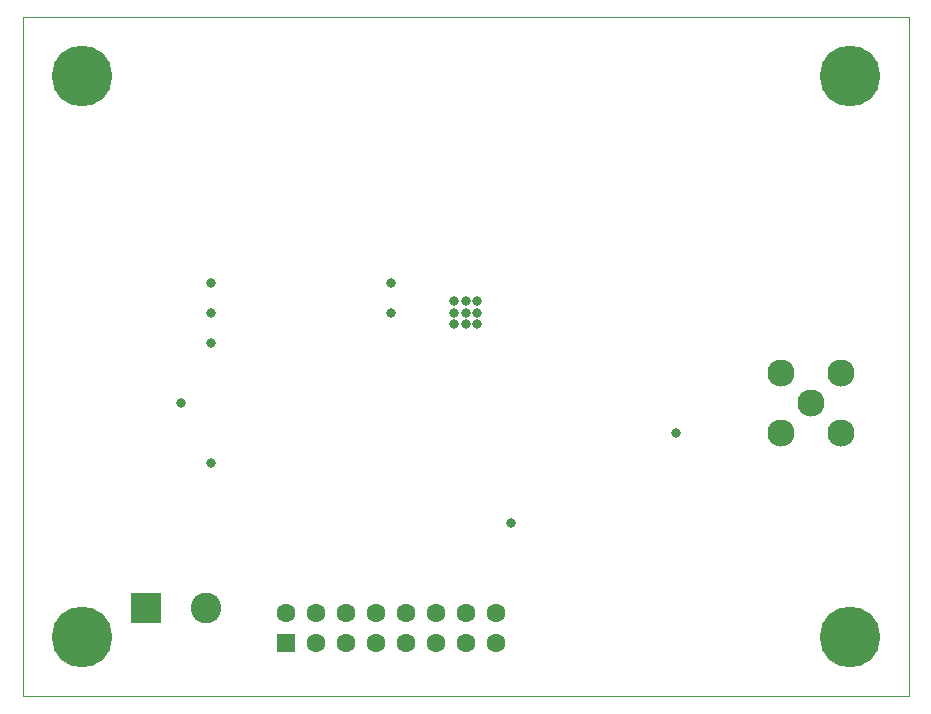
<source format=gbs>
%FSLAX25Y25*%
%MOIN*%
G70*
G01*
G75*
G04 Layer_Color=16711935*
%ADD10R,0.05906X0.04921*%
%ADD11R,0.04921X0.05906*%
%ADD12R,0.03740X0.03347*%
%ADD13O,0.01102X0.05906*%
%ADD14O,0.05906X0.01102*%
%ADD15R,0.13583X0.13583*%
%ADD16R,0.02362X0.04134*%
%ADD17C,0.00787*%
%ADD18C,0.01575*%
%ADD19C,0.00394*%
%ADD20C,0.08661*%
%ADD21C,0.05906*%
%ADD22R,0.05906X0.05906*%
%ADD23C,0.19685*%
%ADD24C,0.09843*%
%ADD25R,0.09843X0.09843*%
%ADD26C,0.02756*%
%ADD27C,0.03937*%
%ADD28C,0.00984*%
%ADD29C,0.00488*%
%ADD30C,0.00325*%
%ADD31C,0.01000*%
%ADD32C,0.00650*%
%ADD33C,0.00591*%
%ADD34R,0.06299X0.05315*%
%ADD35R,0.05315X0.06299*%
%ADD36R,0.04291X0.03898*%
%ADD37O,0.01654X0.06457*%
%ADD38O,0.06457X0.01654*%
%ADD39R,0.13976X0.13976*%
%ADD40R,0.02756X0.04528*%
%ADD41C,0.09055*%
%ADD42C,0.06299*%
%ADD43R,0.06299X0.06299*%
%ADD44C,0.20236*%
%ADD45C,0.10236*%
%ADD46R,0.10236X0.10236*%
%ADD47C,0.03150*%
D19*
X-147638Y-127953D02*
Y98425D01*
X147638D01*
Y-127953D02*
Y98425D01*
X-147638Y-127953D02*
X147638D01*
D41*
X115000Y-30000D02*
D03*
X105000Y-40000D02*
D03*
X125000D02*
D03*
Y-20000D02*
D03*
X105000D02*
D03*
D42*
X10000Y-100000D02*
D03*
X0D02*
D03*
X-10000D02*
D03*
X-20000D02*
D03*
X-30000D02*
D03*
X-40000D02*
D03*
X-50000D02*
D03*
X-60000D02*
D03*
X10000Y-110000D02*
D03*
X0D02*
D03*
X-10000D02*
D03*
X-20000D02*
D03*
X-30000D02*
D03*
X-40000D02*
D03*
X-50000D02*
D03*
D43*
X-60000D02*
D03*
D44*
X127953Y78740D02*
D03*
Y-108268D02*
D03*
X-127953D02*
D03*
Y78740D02*
D03*
D45*
X-86457Y-98425D02*
D03*
D46*
X-106457D02*
D03*
D47*
X-85000Y-50000D02*
D03*
X-95000Y-30000D02*
D03*
X-85000Y-10000D02*
D03*
Y0D02*
D03*
Y10000D02*
D03*
X-25000D02*
D03*
Y0D02*
D03*
X70000Y-40000D02*
D03*
X3937Y3937D02*
D03*
Y0D02*
D03*
Y-3937D02*
D03*
X0D02*
D03*
X-3937D02*
D03*
Y0D02*
D03*
Y3937D02*
D03*
X0D02*
D03*
X0Y-0D02*
D03*
X15000Y-70000D02*
D03*
M02*

</source>
